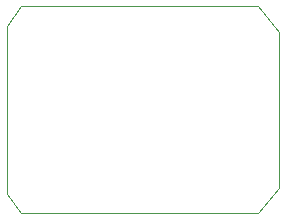
<source format=gbr>
%TF.GenerationSoftware,KiCad,Pcbnew,9.0.0*%
%TF.CreationDate,2025-08-25T21:43:05+03:00*%
%TF.ProjectId,Daredevil-mini,44617265-6465-4766-996c-2d6d696e692e,rev?*%
%TF.SameCoordinates,Original*%
%TF.FileFunction,Profile,NP*%
%FSLAX46Y46*%
G04 Gerber Fmt 4.6, Leading zero omitted, Abs format (unit mm)*
G04 Created by KiCad (PCBNEW 9.0.0) date 2025-08-25 21:43:05*
%MOMM*%
%LPD*%
G01*
G04 APERTURE LIST*
%TA.AperFunction,Profile*%
%ADD10C,0.050000*%
%TD*%
G04 APERTURE END LIST*
D10*
X141200000Y-111400000D02*
X121200000Y-111400000D01*
X141200000Y-93800000D02*
X143000000Y-96000000D01*
X120000000Y-108500000D02*
X120000000Y-96750000D01*
X121200000Y-93800000D02*
X141200000Y-93800000D01*
X143000000Y-109250000D02*
X141200000Y-111400000D01*
X143000000Y-96000000D02*
X143000000Y-109250000D01*
X120000000Y-96750000D02*
X120000000Y-95500000D01*
X121200000Y-111400000D02*
X120000000Y-109750000D01*
X120000000Y-95500000D02*
X121200000Y-93800000D01*
X120000000Y-109750000D02*
X120000000Y-108500000D01*
M02*

</source>
